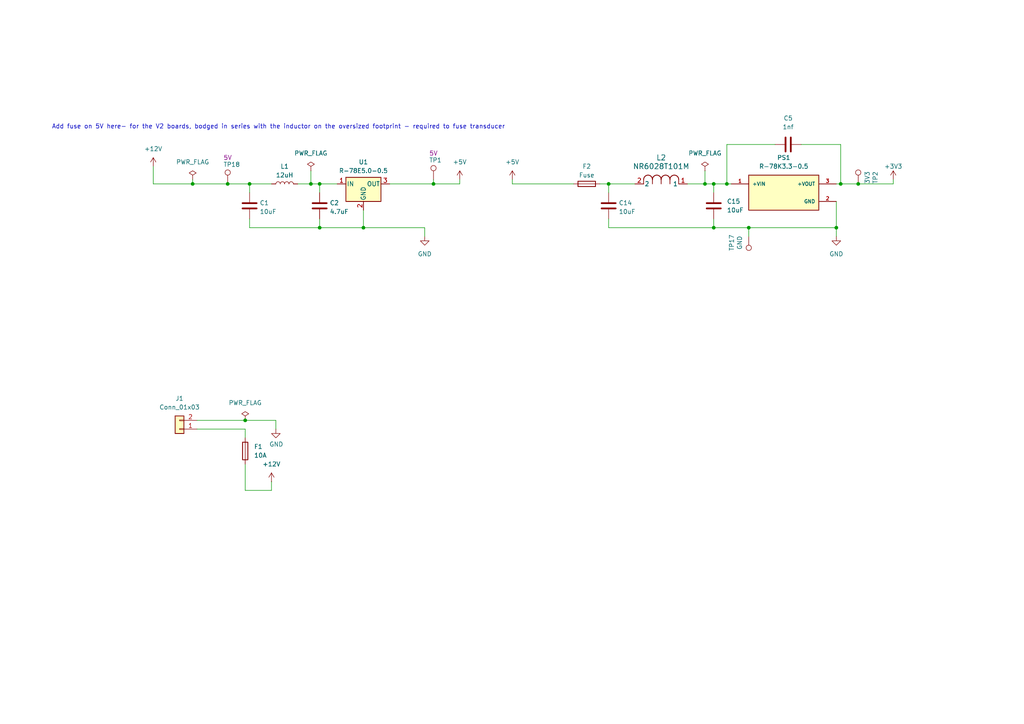
<source format=kicad_sch>
(kicad_sch (version 20250114) (generator "eeschema") (generator_version "9.0")
  (paper "A4")
  (lib_symbols
    (symbol "+5V_1" (power) (pin_numbers (hide yes)) (pin_names (offset 0) (hide yes))
      (property "Value" "+5V" (at 0 3.556 0))
      (symbol "+5V_1_0_1"
        (polyline (pts (xy -0.762 1.27) (xy 0 2.54)))
        (polyline (pts (xy 0 2.54) (xy 0.762 1.27)))
        (polyline (pts (xy 0 0) (xy 0 2.54)))
      )
      (symbol "+5V_1_1_1"
        (pin power_in line (at 0 0 90) (length 0) (name "~") (number "1"))
      )
    )
    (symbol "Connector:TestPoint" (pin_numbers (hide yes)) (pin_names (offset 0.762) (hide yes))
      (property "Reference" "TP" (at 0 6.858 0))
      (property "Value" "TestPoint" (at 0 5.08 0))
      (symbol "TestPoint_0_1"
        (circle (center 0 3.302) (radius 0.762))
      )
      (symbol "TestPoint_1_1"
        (pin passive line (at 0 0 90) (length 2.54) (name "1") (number "1"))
      )
    )
    (symbol "Connector_Generic:Conn_01x02" (pin_names (offset 1.016) (hide yes))
      (property "Reference" "J" (at 0 2.54 0))
      (property "Value" "Conn_01x02" (at 0 -5.08 0))
      (symbol "Conn_01x02_1_1"
        (rectangle (start -1.27 1.27) (end 1.27 -3.81) (stroke (width 0.254)) (fill (type background)))
        (rectangle (start -1.27 0.127) (end 0 -0.127) (stroke (width 0.1524)))
        (rectangle (start -1.27 -2.413) (end 0 -2.667) (stroke (width 0.1524)))
        (pin passive line (at -5.08 0 0) (length 3.81) (name "Pin_1") (number "1"))
        (pin passive line (at -5.08 -2.54 0) (length 3.81) (name "Pin_2") (number "2"))
      )
    )
    (symbol "Device:C" (pin_numbers (hide yes)) (pin_names (offset 0.254))
      (property "Reference" "C" (at 0.635 2.54 0))
      (property "Value" "C" (at 0.635 -2.54 0))
      (symbol "C_0_1"
        (polyline (pts (xy -2.032 0.762) (xy 2.032 0.762)) (stroke (width 0.508)))
        (polyline (pts (xy -2.032 -0.762) (xy 2.032 -0.762)) (stroke (width 0.508)))
      )
      (symbol "C_1_1"
        (pin passive line (at 0 3.81 270) (length 2.794) (name "~") (number "1"))
        (pin passive line (at 0 -3.81 90) (length 2.794) (name "~") (number "2"))
      )
    )
    (symbol "Device:Fuse" (pin_numbers (hide yes)) (pin_names (offset 0))
      (property "Reference" "F" (at 2.032 0 90))
      (property "Value" "Fuse" (at -1.905 0 90))
      (symbol "Fuse_0_1"
        (rectangle (start -0.762 -2.54) (end 0.762 2.54) (stroke (width 0.254)))
        (polyline (pts (xy 0 2.54) (xy 0 -2.54)))
      )
      (symbol "Fuse_1_1"
        (pin passive line (at 0 3.81 270) (length 1.27) (name "~") (number "1"))
        (pin passive line (at 0 -3.81 90) (length 1.27) (name "~") (number "2"))
      )
    )
    (symbol "Device:L" (pin_numbers (hide yes)) (pin_names (offset 1.016) (hide yes))
      (property "Reference" "L" (at -1.27 0 90))
      (property "Value" "L" (at 1.905 0 90))
      (symbol "L_0_1"
        (arc (start 0 2.54) (mid 0.6323 1.905) (end 0 1.27))
        (arc (start 0 1.27) (mid 0.6323 0.635) (end 0 0))
        (arc (start 0 0) (mid 0.6323 -0.635) (end 0 -1.27))
        (arc (start 0 -1.27) (mid 0.6323 -1.905) (end 0 -2.54))
      )
      (symbol "L_1_1"
        (pin passive line (at 0 3.81 270) (length 1.27) (name "1") (number "1"))
        (pin passive line (at 0 -3.81 90) (length 1.27) (name "2") (number "2"))
      )
    )
    (symbol "Regulator_Switching:R-78E5.0-0.5" (pin_names (offset 0.254))
      (property "Reference" "U" (at -3.81 3.175 0))
      (property "Value" "R-78E5.0-0.5" (at 0 3.175 0))
      (symbol "R-78E5.0-0.5_0_1"
        (rectangle (start -5.08 1.905) (end 5.08 -5.08) (stroke (width 0.254)) (fill (type background)))
      )
      (symbol "R-78E5.0-0.5_1_1"
        (pin power_in line (at -7.62 0 0) (length 2.54) (name "IN") (number "1"))
        (pin power_in line (at 0 -7.62 90) (length 2.54) (name "GND") (number "2"))
        (pin power_out line (at 7.62 0 180) (length 2.54) (name "OUT") (number "3"))
      )
    )
    (symbol "WaterBlaster:NR6028T101M" (pin_names (offset 0.254))
      (property "Reference" "L" (at 6.985 5.08 0))
      (property "Value" "NR6028T101M" (at 6.985 -2.54 0))
      (symbol "NR6028T101M_1_1"
        (polyline (pts (xy 2.54 0) (xy 2.54 1.27)) (stroke (width 0.2032)))
        (arc (start 2.54 1.27) (mid 3.81 2.5344) (end 5.08 1.27) (stroke (width 0.254)))
        (polyline (pts (xy 5.08 0) (xy 5.08 1.27)) (stroke (width 0.2032)))
        (arc (start 5.08 1.27) (mid 6.35 2.5344) (end 7.62 1.27) (stroke (width 0.254)))
        (polyline (pts (xy 7.62 0) (xy 7.62 1.27)) (stroke (width 0.2032)))
        (arc (start 7.62 1.27) (mid 8.89 2.5344) (end 10.16 1.27) (stroke (width 0.254)))
        (polyline (pts (xy 10.16 0) (xy 10.16 1.27)) (stroke (width 0.2032)))
        (arc (start 10.16 1.27) (mid 11.43 2.5344) (end 12.7 1.27) (stroke (width 0.254)))
        (polyline (pts (xy 12.7 0) (xy 12.7 1.27)) (stroke (width 0.2032)))
        (pin passive line (at 0 0 0) (length 2.54) (name "2") (number "2"))
        (pin passive line (at 15.24 0 180) (length 2.54) (name "1") (number "1"))
      )
      (symbol "NR6028T101M_1_2"
        (arc (start -1.27 10.16) (mid -2.5344 11.43) (end -1.27 12.7) (stroke (width 0.254)))
        (arc (start -1.27 7.62) (mid -2.5344 8.89) (end -1.27 10.16) (stroke (width 0.254)))
        (arc (start -1.27 5.08) (mid -2.5344 6.35) (end -1.27 7.62) (stroke (width 0.254)))
        (arc (start -1.27 2.54) (mid -2.5344 3.81) (end -1.27 5.08) (stroke (width 0.254)))
        (polyline (pts (xy 0 12.7) (xy -1.27 12.7)) (stroke (width 0.2032)))
        (polyline (pts (xy 0 10.16) (xy -1.27 10.16)) (stroke (width 0.2032)))
        (polyline (pts (xy 0 7.62) (xy -1.27 7.62)) (stroke (width 0.2032)))
        (polyline (pts (xy 0 5.08) (xy -1.27 5.08)) (stroke (width 0.2032)))
        (polyline (pts (xy 0 2.54) (xy -1.27 2.54)) (stroke (width 0.2032)))
        (pin unspecified line (at 0 15.24 270) (length 2.54) (name "1") (number "1"))
        (pin unspecified line (at 0 0 90) (length 2.54) (name "2") (number "2"))
      )
    )
    (symbol "WaterBlaster:R-78K3.3-0.5" (pin_names (offset 1.016))
      (property "Reference" "PS1" (at 0 10.16 0))
      (property "Value" "R-78K3.3-0.5" (at 0 7.62 0))
      (symbol "R-78K3.3-0.5_0_0"
        (rectangle (start -10.16 -5.08) (end 10.16 5.08) (stroke (width 0.254)) (fill (type background)))
        (pin input line (at -15.24 2.54 0) (length 5.08) (name "+VIN") (number "1"))
        (pin power_in line (at 15.24 -2.54 180) (length 5.08) (name "GND") (number "2"))
      )
      (symbol "R-78K3.3-0.5_1_0"
        (pin power_out line (at 15.24 2.54 180) (length 5.08) (name "+VOUT") (number "3"))
      )
    )
    (symbol "power:+12V" (power) (pin_numbers (hide yes)) (pin_names (offset 0) (hide yes))
      (property "Value" "+12V" (at 0 3.556 0))
      (symbol "+12V_0_1"
        (polyline (pts (xy -0.762 1.27) (xy 0 2.54)))
        (polyline (pts (xy 0 2.54) (xy 0.762 1.27)))
        (polyline (pts (xy 0 0) (xy 0 2.54)))
      )
      (symbol "+12V_1_1"
        (pin power_in line (at 0 0 90) (length 0) (name "~") (number "1"))
      )
    )
    (symbol "power:+3V3" (power) (pin_numbers (hide yes)) (pin_names (offset 0) (hide yes))
      (property "Value" "+3V3" (at 0 3.556 0))
      (symbol "+3V3_0_1"
        (polyline (pts (xy -0.762 1.27) (xy 0 2.54)))
        (polyline (pts (xy 0 2.54) (xy 0.762 1.27)))
        (polyline (pts (xy 0 0) (xy 0 2.54)))
      )
      (symbol "+3V3_1_1"
        (pin power_in line (at 0 0 90) (length 0) (name "~") (number "1"))
      )
    )
    (symbol "power:GND" (power) (pin_numbers (hide yes)) (pin_names (offset 0) (hide yes))
      (property "Value" "GND" (at 0 -3.81 0))
      (symbol "GND_0_1"
        (polyline (pts (xy 0 0) (xy 0 -1.27) (xy 1.27 -1.27) (xy 0 -2.54) (xy -1.27 -1.27) (xy 0 -1.27)))
      )
      (symbol "GND_1_1"
        (pin power_in line (at 0 0 270) (length 0) (name "~") (number "1"))
      )
    )
    (symbol "power:PWR_FLAG" (power) (pin_numbers (hide yes)) (pin_names (offset 0) (hide yes))
      (property "Value" "PWR_FLAG" (at 0 3.81 0))
      (symbol "PWR_FLAG_0_0"
        (pin power_out line (at 0 0 90) (length 0) (name "~") (number "1"))
      )
      (symbol "PWR_FLAG_0_1"
        (polyline (pts (xy 0 0) (xy 0 1.27) (xy -1.016 1.905) (xy 0 2.54) (xy 1.016 1.905) (xy 0 1.27)))
      )
    )
  )
  (text "Add fuse on 5V here- for the V2 boards, bodged in series with the inductor on the oversized footprint - required to fuse transducer" (at 80.772 36.83 0) (effects (font (size 1.27 1.27))))
  (junction (at 207.01 53.34))
  (junction (at 66.04 53.34))
  (junction (at 71.12 121.92))
  (junction (at 248.92 53.34))
  (junction (at 92.71 53.34))
  (junction (at 210.82 53.34))
  (junction (at 90.17 53.34))
  (junction (at 176.53 53.34))
  (junction (at 55.88 53.34))
  (junction (at 217.17 66.04))
  (junction (at 125.73 53.34))
  (junction (at 105.41 66.04))
  (junction (at 72.39 53.34))
  (junction (at 207.01 66.04))
  (junction (at 242.57 66.04))
  (junction (at 204.47 53.34))
  (junction (at 243.84 53.34))
  (junction (at 92.71 66.04))
  (wire (pts (xy 86.36 53.34) (xy 90.17 53.34)))
  (wire (pts (xy 92.71 63.5) (xy 92.71 66.04)))
  (wire (pts (xy 72.39 53.34) (xy 78.74 53.34)))
  (wire (pts (xy 133.35 52.07) (xy 133.35 53.34)))
  (wire (pts (xy 210.82 41.91) (xy 224.79 41.91)))
  (wire (pts (xy 207.01 53.34) (xy 210.82 53.34)))
  (wire (pts (xy 204.47 49.53) (xy 204.47 53.34)))
  (wire (pts (xy 55.88 52.07) (xy 55.88 53.34)))
  (wire (pts (xy 210.82 41.91) (xy 210.82 53.34)))
  (wire (pts (xy 80.01 124.46) (xy 80.01 121.92)))
  (wire (pts (xy 176.53 53.34) (xy 176.53 55.88)))
  (wire (pts (xy 105.41 66.04) (xy 123.19 66.04)))
  (wire (pts (xy 71.12 142.24) (xy 78.74 142.24)))
  (wire (pts (xy 176.53 53.34) (xy 184.15 53.34)))
  (wire (pts (xy 92.71 53.34) (xy 97.79 53.34)))
  (wire (pts (xy 44.45 48.26) (xy 44.45 53.34)))
  (wire (pts (xy 92.71 53.34) (xy 92.71 55.88)))
  (wire (pts (xy 243.84 53.34) (xy 248.92 53.34)))
  (wire (pts (xy 210.82 53.34) (xy 212.09 53.34)))
  (wire (pts (xy 123.19 66.04) (xy 123.19 68.58)))
  (wire (pts (xy 90.17 49.53) (xy 90.17 53.34)))
  (wire (pts (xy 148.59 52.07) (xy 148.59 53.34)))
  (wire (pts (xy 125.73 52.07) (xy 125.73 53.34)))
  (wire (pts (xy 72.39 63.5) (xy 72.39 66.04)))
  (wire (pts (xy 125.73 53.34) (xy 133.35 53.34)))
  (wire (pts (xy 71.12 124.46) (xy 57.15 124.46)))
  (wire (pts (xy 204.47 53.34) (xy 207.01 53.34)))
  (wire (pts (xy 259.08 52.07) (xy 259.08 53.34)))
  (wire (pts (xy 173.99 53.34) (xy 176.53 53.34)))
  (wire (pts (xy 72.39 66.04) (xy 92.71 66.04)))
  (wire (pts (xy 55.88 53.34) (xy 44.45 53.34)))
  (wire (pts (xy 148.59 53.34) (xy 166.37 53.34)))
  (wire (pts (xy 105.41 60.96) (xy 105.41 66.04)))
  (wire (pts (xy 242.57 53.34) (xy 243.84 53.34)))
  (wire (pts (xy 176.53 63.5) (xy 176.53 66.04)))
  (wire (pts (xy 242.57 58.42) (xy 242.57 66.04)))
  (wire (pts (xy 207.01 66.04) (xy 217.17 66.04)))
  (wire (pts (xy 72.39 53.34) (xy 72.39 55.88)))
  (wire (pts (xy 207.01 63.5) (xy 207.01 66.04)))
  (wire (pts (xy 217.17 66.04) (xy 242.57 66.04)))
  (wire (pts (xy 199.39 53.34) (xy 204.47 53.34)))
  (wire (pts (xy 55.88 53.34) (xy 66.04 53.34)))
  (wire (pts (xy 92.71 66.04) (xy 105.41 66.04)))
  (wire (pts (xy 232.41 41.91) (xy 243.84 41.91)))
  (wire (pts (xy 242.57 66.04) (xy 242.57 68.58)))
  (wire (pts (xy 207.01 53.34) (xy 207.01 55.88)))
  (wire (pts (xy 113.03 53.34) (xy 125.73 53.34)))
  (wire (pts (xy 248.92 53.34) (xy 259.08 53.34)))
  (wire (pts (xy 217.17 66.04) (xy 217.17 68.58)))
  (wire (pts (xy 66.04 53.34) (xy 72.39 53.34)))
  (wire (pts (xy 80.01 121.92) (xy 71.12 121.92)))
  (wire (pts (xy 71.12 142.24) (xy 71.12 134.62)))
  (wire (pts (xy 78.74 139.7) (xy 78.74 142.24)))
  (wire (pts (xy 243.84 41.91) (xy 243.84 53.34)))
  (wire (pts (xy 176.53 66.04) (xy 207.01 66.04)))
  (wire (pts (xy 71.12 121.92) (xy 57.15 121.92)))
  (wire (pts (xy 71.12 127) (xy 71.12 124.46)))
  (wire (pts (xy 90.17 53.34) (xy 92.71 53.34)))
  (symbol (lib_id "WaterBlaster:NR6028T101M") (at 184.15 53.34 0) (unit 1)
    (property "Reference" "L2" (at 191.77 45.72 0) (effects (font (size 1.524 1.524))))
    (property "Value" "NR6028T101M" (at 191.77 48.26 0) (effects (font (size 1.524 1.524))))
    (property "Footprint" "WaterBlaster:IND_TAIYO_NR6028_TAY" (effects (hide yes)))
    (property "Datasheet" "NR6028T101M" (effects (hide yes)))
    (property "Description" "100uh" (effects (hide yes)))
  )
  (symbol (lib_id "power:GND") (at 123.19 68.58 0) (unit 1)
    (property "Reference" "#PWR05" (effects (hide yes)))
    (property "Value" "GND" (at 123.19 73.66 0))
  )
  (symbol (lib_id "Device:C") (at 92.71 59.69 0) (unit 1)
    (property "Reference" "C2" (at 95.631 58.8553 0) (effects (justify left)))
    (property "Value" "4.7uF" (at 95.631 61.3922 0) (effects (justify left)))
    (property "Footprint" "Capacitor_SMD:C_0603_1608Metric_Pad1.08x0.95mm_HandSolder" (effects (hide yes)))
    (property "MPN" "CAP CER 4.7UF 50V X5R 0603" (effects (hide yes)))
  )
  (symbol (lib_id "power:GND") (at 80.01 124.46 0) (unit 1)
    (property "Reference" "#PWR04" (effects (hide yes)))
    (property "Value" "GND" (at 80.137 128.8542 0))
    (instances (project "CANalyzer_v4.0" (path "" (reference "#PWR048") (unit 1))) (project "WaterBlasterV2" (path "" (reference "#PWR04") (unit 1))) (project "CANalyzer_v3.0" (path "" (reference "#PWR0114") (unit 1))))
  )
  (symbol (lib_id "Connector:TestPoint") (at 66.04 53.34 0) (unit 1)
    (property "Reference" "TP18" (at 64.77 46.99 0) (effects (justify left top)))
    (property "Value" "12V" (effects (hide yes)))
    (property "Footprint" "TestPoint:TestPoint_THTPad_D1.0mm_Drill0.5mm" (effects (hide yes)))
    (property "Note" "5V" (at 66.04 45.72 0))
  )
  (symbol (lib_id "Connector:TestPoint") (at 217.17 68.58 180) (unit 1)
    (property "Reference" "TP17" (at 212.217 70.4088 90))
    (property "Value" "GND" (at 214.5284 70.4088 90))
    (property "Footprint" "TestPoint:TestPoint_THTPad_D1.0mm_Drill0.5mm" (effects (hide yes)))
    (property "Note" "3V" (effects (hide yes)))
    (property "DNP" "DNP" (effects (hide yes)))
  )
  (symbol (lib_id "Device:L") (at 82.55 53.34 90) (unit 1)
    (property "Reference" "L1" (at 82.55 48.26 90))
    (property "Value" "12uH" (at 82.55 50.8 90))
    (property "Footprint" "Inductor_SMD:L_7.3x7.3_H3.5" (effects (hide yes)))
    (property "Description" "Inductor" (effects (hide yes)))
    (property "MPN" "1231AS-H-120M=P3" (effects (hide yes)))
  )
  (symbol (lib_id "Connector:TestPoint") (at 125.73 52.07 0) (unit 1)
    (property "Reference" "TP1" (at 124.46 45.72 0) (effects (justify left top)))
    (property "Value" "5v Protected" (effects (hide yes)))
    (property "Footprint" "TestPoint:TestPoint_THTPad_D1.0mm_Drill0.5mm" (effects (hide yes)))
    (property "Note" "5V" (at 125.73 44.45 0))
  )
  (symbol (lib_id "Regulator_Switching:R-78E5.0-0.5") (at 105.41 53.34 0) (unit 1)
    (property "Reference" "U1" (at 105.41 46.99 0))
    (property "Value" "R-78E5.0-0.5" (at 105.41 49.53 0))
    (property "Footprint" "Converter_DCDC:Converter_DCDC_RECOM_R-78E-0.5_THT" (effects (hide yes)))
    (property "Datasheet" "https://www.recom-power.com/pdf/Innoline/R-78Exx-0.5.pdf" (effects (hide yes)))
  )
  (symbol (lib_id "Connector_Generic:Conn_01x02") (at 52.07 124.46 180) (unit 1)
    (property "Reference" "J1" (at 52.07 115.57 0))
    (property "Value" "Conn_01x03" (at 52.07 118.11 0))
    (property "Footprint" "WaterBlaster:PHOENIX_1985865" (effects (hide yes)))
    (property "Description" "Generic connector, single row, 01x02, script generated (kicad-library-utils/schlib/autogen/connector/)" (effects (hide yes)))
  )
  (symbol (lib_id "WaterBlaster:R-78K3.3-0.5") (at 227.33 55.88 0) (unit 1)
    (property "Reference" "PS1" (at 227.33 45.72 0))
    (property "Value" "R-78K3.3-0.5" (at 227.33 48.26 0))
    (property "Footprint" "WaterBlaster:CONV_R-78K3.3-0.5" (effects (hide yes)))
    (property "Datasheet" "https://recom-power.com/pdf/Innoline/R-78K-0.5.pdf" (effects (hide yes)))
    (property "PARTREV" "0/2023" (effects (hide yes)))
    (property "SNAPEDA_PN" "R-78K5.0-1.0" (effects (hide yes)))
    (property "MANUFACTURER" "Recom Power" (effects (hide yes)))
    (property "MAXIMUM_PACKAGE_HEIGHT" "10.7mm" (effects (hide yes)))
    (property "STANDARD" "IPC-7351B" (effects (hide yes)))
  )
  (symbol (lib_id "power:PWR_FLAG") (at 71.12 121.92 0) (unit 1)
    (property "Reference" "#FLG01" (effects (hide yes)))
    (property "Value" "PWR_FLAG" (at 71.12 116.84 0))
    (property "Description" "Special symbol for telling ERC where power comes from" (effects (hide yes)))
  )
  (symbol (lib_id "power:PWR_FLAG") (at 204.47 49.53 0) (unit 1)
    (property "Reference" "#FLG05" (effects (hide yes)))
    (property "Value" "PWR_FLAG" (at 204.47 44.45 0))
    (instances (project "CANalyzer_v4.0" (path "" (reference "#FLG02") (unit 1))) (project "WaterBlasterV2" (path "" (reference "#FLG05") (unit 1))))
  )
  (symbol (lib_id "Device:C") (at 176.53 59.69 0) (unit 1)
    (property "Reference" "C3" (at 179.451 58.8553 0) (effects (justify left)))
    (property "Value" "10uF" (at 179.451 61.3922 0) (effects (justify left)))
    (property "Footprint" "Capacitor_SMD:C_0603_1608Metric_Pad1.08x0.95mm_HandSolder" (effects (hide yes)))
    (property "MPN" "CAP CER 10UF 100V X5R 0603" (effects (hide yes)))
    (instances (project "CANalyzer_v4.0" (path "" (reference "C14") (unit 1))) (project "WaterBlasterV2" (path "" (reference "C3") (unit 1))))
  )
  (symbol (lib_id "power:GND") (at 242.57 68.58 0) (unit 1)
    (property "Reference" "#PWR08" (effects (hide yes)))
    (property "Value" "GND" (at 242.57 73.66 0))
    (instances (project "CANalyzer_v4.0" (path "" (reference "#PWR029") (unit 1))) (project "WaterBlasterV2" (path "" (reference "#PWR08") (unit 1))))
  )
  (symbol (lib_id "Device:C") (at 207.01 59.69 0) (unit 1)
    (property "Reference" "C4" (at 210.82 58.4199 0) (effects (justify left)))
    (property "Value" "10uF" (at 210.82 60.9599 0) (effects (justify left)))
    (property "Footprint" "Capacitor_SMD:C_0603_1608Metric_Pad1.08x0.95mm_HandSolder" (effects (hide yes)))
    (property "MPN" "CAP CER 4.7UF 50V X5R 0603" (effects (hide yes)))
    (instances (project "CANalyzer_v4.0" (path "" (reference "C15") (unit 1))) (project "WaterBlasterV2" (path "" (reference "C4") (unit 1))))
  )
  (symbol (lib_id "power:PWR_FLAG") (at 55.88 52.07 0) (unit 1)
    (property "Reference" "#FLG06" (effects (hide yes)))
    (property "Value" "PWR_FLAG" (at 55.88 46.99 0))
  )
  (symbol (lib_name "+5V_1") (lib_id "power:+5V") (at 148.59 52.07 0) (unit 1)
    (property "Reference" "#PWR07" (effects (hide yes)))
    (property "Value" "+5V" (at 148.59 46.99 0))
    (property "Description" "Power symbol creates a global label with name \"+5V\"" (effects (hide yes)))
  )
  (symbol (lib_id "power:+12V") (at 44.45 48.26 0) (unit 1)
    (property "Reference" "#PWR01" (effects (hide yes)))
    (property "Value" "+12V" (at 44.45 43.18 0))
  )
  (symbol (lib_name "+5V_1") (lib_id "power:+5V") (at 133.35 52.07 0) (unit 1)
    (property "Reference" "#PWR06" (effects (hide yes)))
    (property "Value" "+5V" (at 133.35 46.99 0))
    (property "Description" "Power symbol creates a global label with name \"+5V\"" (effects (hide yes)))
  )
  (symbol (lib_id "Device:Fuse") (at 170.18 53.34 90) (unit 1)
    (property "Reference" "F2" (at 170.18 48.26 90))
    (property "Value" "Fuse" (at 170.18 50.8 90))
    (property "Footprint" "Fuse:Fuse_0603_1608Metric" (effects (hide yes)))
  )
  (symbol (lib_id "Device:C") (at 228.6 41.91 90) (unit 1)
    (property "Reference" "C5" (at 228.6 34.29 90))
    (property "Value" "1nf" (at 228.6 36.83 90))
    (property "Footprint" "Capacitor_SMD:C_0603_1608Metric_Pad1.08x0.95mm_HandSolder" (effects (hide yes)))
    (property "MPN" "CAP CER 4.7UF 50V X5R 0603" (effects (hide yes)))
  )
  (symbol (lib_id "power:+3V3") (at 259.08 52.07 0) (unit 1)
    (property "Reference" "#PWR09" (effects (hide yes)))
    (property "Value" "+3V3" (at 259.08 48.26 0))
  )
  (symbol (lib_id "Device:Fuse") (at 71.12 130.81 0) (unit 1)
    (property "Reference" "F1" (at 73.66 129.54 0) (effects (justify left)))
    (property "Value" "10A" (at 73.66 132.08 0) (effects (justify left)))
    (property "Footprint" "Fuse:Fuse_1206_3216Metric" (effects (hide yes)))
  )
  (symbol (lib_id "power:PWR_FLAG") (at 90.17 49.53 0) (unit 1)
    (property "Reference" "#FLG03" (effects (hide yes)))
    (property "Value" "PWR_FLAG" (at 90.17 44.45 0))
  )
  (symbol (lib_id "power:+12V") (at 78.74 139.7 0) (unit 1)
    (property "Reference" "#PWR03" (effects (hide yes)))
    (property "Value" "+12V" (at 78.74 134.62 0))
  )
  (symbol (lib_id "Connector:TestPoint") (at 248.92 53.34 0) (unit 1)
    (property "Reference" "TP2" (at 253.873 51.5112 90))
    (property "Value" "3V3" (at 251.5616 51.5112 90))
    (property "Footprint" "TestPoint:TestPoint_THTPad_D1.0mm_Drill0.5mm" (effects (hide yes)))
    (property "Note" "3V" (effects (hide yes)))
    (property "DNP" "DNP" (effects (hide yes)))
  )
  (symbol (lib_id "Device:C") (at 72.39 59.69 0) (unit 1)
    (property "Reference" "C1" (at 75.311 58.8553 0) (effects (justify left)))
    (property "Value" "10uF" (at 75.311 61.3922 0) (effects (justify left)))
    (property "Footprint" "Capacitor_SMD:C_0603_1608Metric_Pad1.08x0.95mm_HandSolder" (effects (hide yes)))
    (property "MPN" "CAP CER 10UF 100V X5R 0603" (effects (hide yes)))
  )
)
</source>
